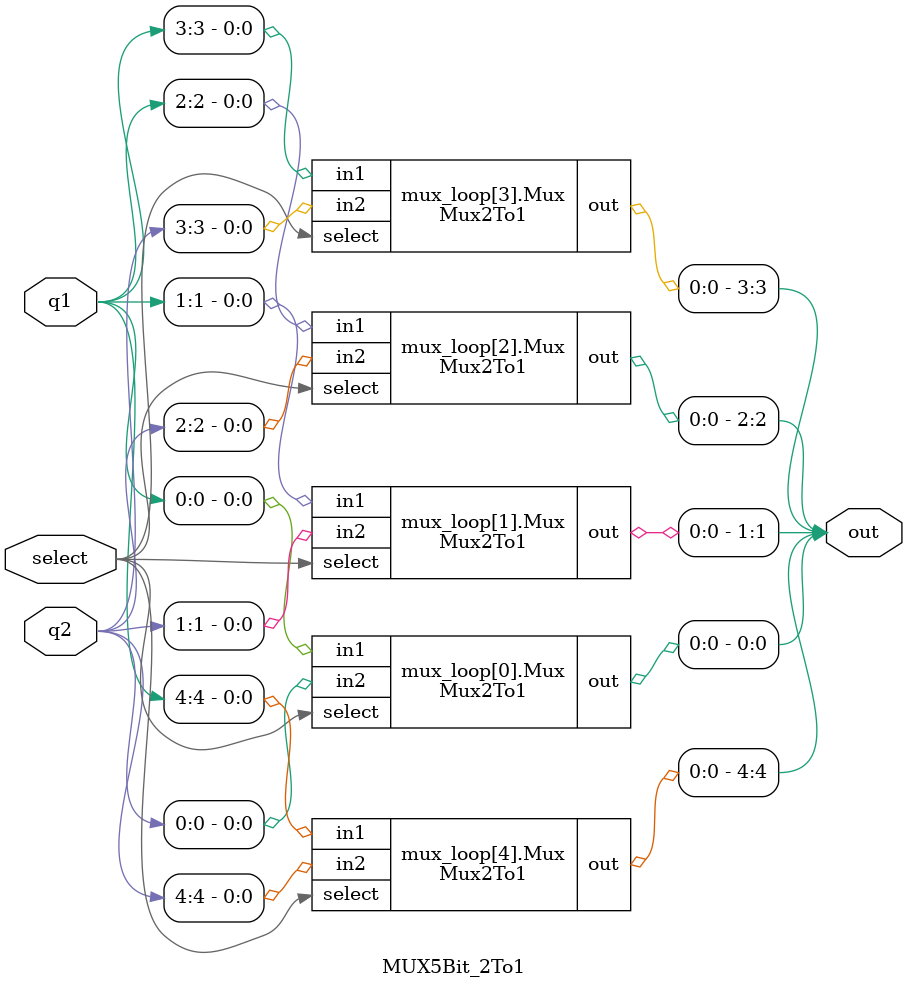
<source format=v>
module mux32_1(Out, Data00, Data01, Data02, Data03, Data04, Data05, Data06, Data07, Data08, Data09, Data10, Data11, Data12, Data13, Data14, Data15, Data16, Data17, Data18, Data19, Data20, Data21, Data22, Data23, Data24, Data25, Data26, Data27, Data28, Data29, Data30, Data31, Select);
  input [31:0]  Data00, Data01, Data02, Data03, Data04, Data05, Data06, Data07, Data08, Data09, Data10, Data11, Data12, Data13, Data14, Data15, Data16, Data17, Data18, Data19, Data20, Data21, Data22, Data23, Data24, Data25, Data26, Data27, Data28, Data29, Data30, Data31;
  input [4:0] Select;
  output  [31:0]  Out;
  reg [31:0]  Out;
  always @ (Data00 or Data01 or Data02 or Data03 or Data04 or Data05 or Data06 or Data07 or Data08 or Data09 or Data10 or Data11 or Data12 or Data13 or Data14 or Data15 or Data16 or Data17 or Data18 or Data19 or Data20 or Data21 or Data22 or Data23 or Data24 or Data25 or Data26 or Data27 or Data28 or Data29 or Data30 or Data31 or Select)
    case  (Select)
      5'b00000:  Out = Data00;
      5'b00001:  Out = Data01;
      5'b00010:  Out = Data02;
      5'b00011:  Out = Data03;
      5'b00100:  Out = Data04;
      5'b00101:  Out = Data05;
      5'b00110:  Out = Data06;
      5'b00111:  Out = Data07;
      5'b01000:  Out = Data08;
      5'b01001:  Out = Data09;
      5'b01010:  Out = Data10;
      5'b01011:  Out = Data11;
      5'b01100:  Out = Data12;
      5'b01101:  Out = Data13;
      5'b01110:  Out = Data14;
      5'b01111:  Out = Data15;
      5'b10000:  Out = Data16;
      5'b10001:  Out = Data17;
      5'b10010:  Out = Data18;
      5'b10011:  Out = Data19;
      5'b10100:  Out = Data20;
      5'b10101:  Out = Data21;
      5'b10110:  Out = Data22;
      5'b10111:  Out = Data23;
      5'b11000:  Out = Data24;
      5'b11001:  Out = Data25;
      5'b11010:  Out = Data26;
      5'b11011:  Out = Data27;
      5'b11100:  Out = Data28;
      5'b11101:  Out = Data29;
      5'b11110:  Out = Data30;
      5'b11111:  Out = Data31;
    endcase
endmodule

module Mux2To1(out, select, in1, in2);
  input in1, in2, select;
  output  out;
  wire  not_select, a1, a2;
  not g1(not_select, select);
  and g2(a1, in1, not_select);
  and g3(a2, in2, select);
  or  g4(out, a1, a2);
endmodule

module  Mux8Bit_2To1_generate(out, select, in1, in2);
  input [7:0] in1, in2;
  input select;
  output  [7:0] out;
  genvar  j;
  generate  for(j = 0; j < 8; j = j + 1)  
    begin:  mux_loop
      Mux2To1 Mux(out[j], select, in1[j], in2[j]);
    end
  endgenerate
endmodule

module  Mux32Bit_2To1(out, select, in1, in2);
  input [31:0] in1, in2;
  input select;
  output  [31:0] out;
  Mux8Bit_2To1_generate Mux1(out[7:0], select, in1[7:0], in2[7:0]);
  Mux8Bit_2To1_generate Mux2(out[15:8], select, in1[15:8], in2[15:8]);
  Mux8Bit_2To1_generate Mux3(out[23:16], select, in1[23:16], in2[23:16]);
  Mux8Bit_2To1_generate Mux4(out[31:24], select, in1[31:24], in2[31:24]);
endmodule

module  Mux32Bit_4To1(out, select, in1, in2, in3, in4);
  input [31:0]  in1, in2, in3, in4;
  input [1:0] select;
  output  [31:0]  out;
  wire  [31:0]  w1, w2;
  Mux32Bit_2To1 Mux0(w1[31:0], select[0], in1[31:0], in2[31:0]);
  Mux32Bit_2To1 Mux1(w2[31:0], select[0], in3[31:0], in4[31:0]);
  Mux32Bit_2To1 Mux2(out[31:0], select[1], w1[31:0], w2[31:0]);
endmodule

module MUX5Bit_2To1(out, select, q1, q2);
	input  [4:0] q1, q2;
	input select;
	output [4:0] out;
	genvar  j;
  generate  for(j = 0; j < 5; j = j + 1)  
    begin:  mux_loop
      Mux2To1 Mux(out[j], select, q1[j], q2[j]);
    end
  endgenerate
endmodule

</source>
